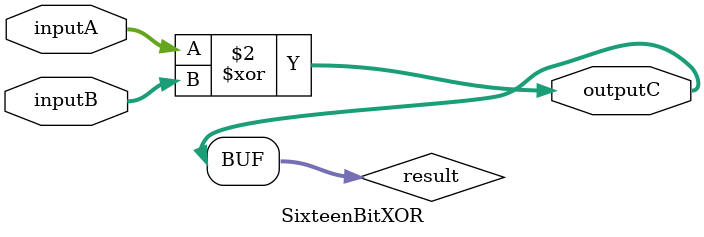
<source format=v>

module SixteenBitXOR(inputA,inputB,outputC);
parameter k=16;
input  [k-1:0] inputA;
input  [k-1:0] inputB;
output [k-1:0] outputC;
wire   [k-1:0] inputA;
wire   [k-1:0] inputB;
reg    [k-1:0] outputC;

reg    [k-1:0] result;

always@(*)
begin
	result=inputA^inputB;
	outputC=result;
end
 
endmodule


</source>
